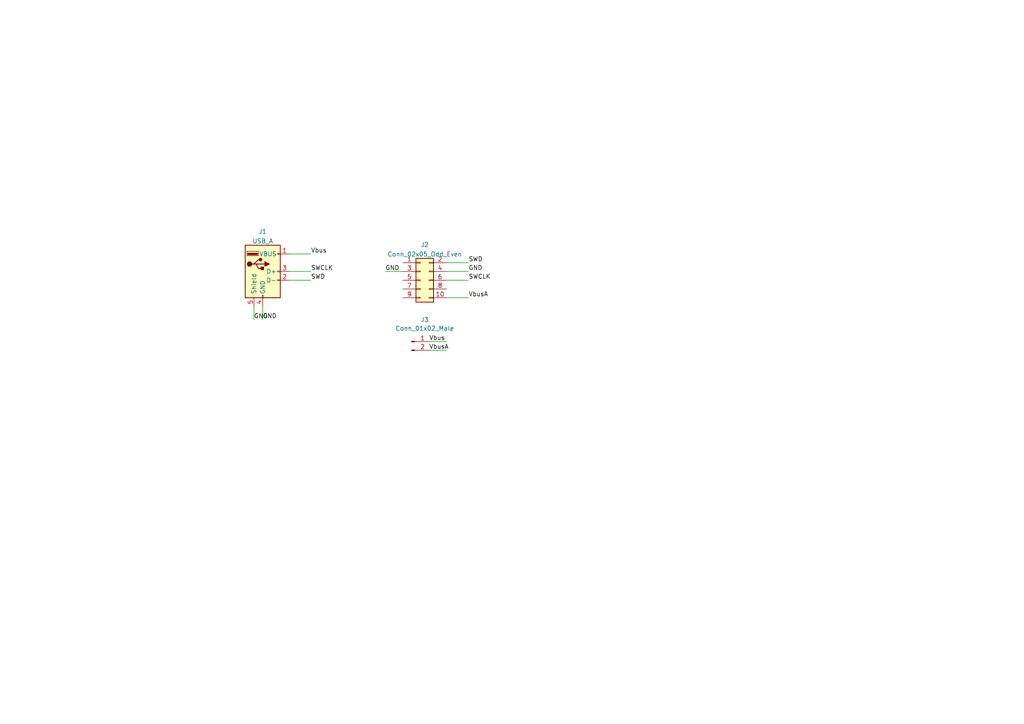
<source format=kicad_sch>
(kicad_sch (version 20211123) (generator eeschema)
  (paper "A4")
  (title_block (title "Bangle.JS2 SWD breakout") (date "2022-03-20") (rev "V0.1") (company "(c) Digitaluhr Manufaktur, Nicole Faerber") (comment 1 "License: GPL V2.0"))
  (lib_symbols
    (symbol "Connector:Conn_01x02_Male" (pin_names (offset 1.016) hide)
      (property "Reference" "J" (at 0 2.54 0))
      (property "Value" "Conn_01x02_Male" (at 0 -5.08 0))
      (symbol "Conn_01x02_Male_1_1"
        (polyline (pts (xy 1.27 -2.54) (xy 0.8636 -2.54)) (stroke (width 0.1524)))
        (polyline (pts (xy 1.27 0) (xy 0.8636 0)) (stroke (width 0.1524)))
        (rectangle (start 0.8636 -2.413) (end 0 -2.667) (stroke (width 0.1524)) (fill (type outline)))
        (rectangle (start 0.8636 0.127) (end 0 -0.127) (stroke (width 0.1524)) (fill (type outline)))
        (pin passive line (at 5.08 0 180) (length 3.81) (name "Pin_1") (number "1"))
        (pin passive line (at 5.08 -2.54 180) (length 3.81) (name "Pin_2") (number "2"))
      )
    )
    (symbol "Connector:USB_A" (pin_names (offset 1.016))
      (property "Reference" "J" (at -5.08 11.43 0))
      (property "Value" "USB_A" (at -5.08 8.89 0))
      (symbol "USB_A_0_1"
        (rectangle (start -5.08 -7.62) (end 5.08 7.62) (stroke (width 0.254)) (fill (type background)))
        (circle (center -3.81 2.159) (radius 0.635) (stroke (width 0.254)) (fill (type outline)))
        (rectangle (start -1.524 4.826) (end -4.318 5.334) (fill (type outline)))
        (rectangle (start -1.27 4.572) (end -4.572 5.842))
        (circle (center -0.635 3.429) (radius 0.381) (stroke (width 0.254)) (fill (type outline)))
        (rectangle (start -0.127 -7.62) (end 0.127 -6.858))
        (polyline (pts (xy -3.175 2.159) (xy -2.54 2.159) (xy -1.27 3.429) (xy -0.635 3.429)) (stroke (width 0.254)))
        (polyline (pts (xy -2.54 2.159) (xy -1.905 2.159) (xy -1.27 0.889) (xy 0 0.889)) (stroke (width 0.254)))
        (polyline (pts (xy 0.635 2.794) (xy 0.635 1.524) (xy 1.905 2.159) (xy 0.635 2.794)) (stroke (width 0.254)) (fill (type outline)))
        (rectangle (start 0.254 1.27) (end -0.508 0.508) (stroke (width 0.254)) (fill (type outline)))
        (rectangle (start 5.08 -2.667) (end 4.318 -2.413))
        (rectangle (start 5.08 -0.127) (end 4.318 0.127))
        (rectangle (start 5.08 4.953) (end 4.318 5.207))
      )
      (symbol "USB_A_1_1"
        (polyline (pts (xy -1.905 2.159) (xy 0.635 2.159)) (stroke (width 0.254)))
        (pin power_in line (at 7.62 5.08 180) (length 2.54) (name "VBUS") (number "1"))
        (pin bidirectional line (at 7.62 -2.54 180) (length 2.54) (name "D-") (number "2"))
        (pin bidirectional line (at 7.62 0 180) (length 2.54) (name "D+") (number "3"))
        (pin power_in line (at 0 -10.16 90) (length 2.54) (name "GND") (number "4"))
        (pin passive line (at -2.54 -10.16 90) (length 2.54) (name "Shield") (number "5"))
      )
    )
    (symbol "Connector_Generic:Conn_02x05_Odd_Even" (pin_names (offset 1.016) hide)
      (property "Reference" "J" (at 1.27 7.62 0))
      (property "Value" "Conn_02x05_Odd_Even" (at 1.27 -7.62 0))
      (symbol "Conn_02x05_Odd_Even_1_1"
        (rectangle (start -1.27 -4.953) (end 0 -5.207) (stroke (width 0.1524)))
        (rectangle (start -1.27 -2.413) (end 0 -2.667) (stroke (width 0.1524)))
        (rectangle (start -1.27 0.127) (end 0 -0.127) (stroke (width 0.1524)))
        (rectangle (start -1.27 2.667) (end 0 2.413) (stroke (width 0.1524)))
        (rectangle (start -1.27 5.207) (end 0 4.953) (stroke (width 0.1524)))
        (rectangle (start -1.27 6.35) (end 3.81 -6.35) (stroke (width 0.254)) (fill (type background)))
        (rectangle (start 3.81 -4.953) (end 2.54 -5.207) (stroke (width 0.1524)))
        (rectangle (start 3.81 -2.413) (end 2.54 -2.667) (stroke (width 0.1524)))
        (rectangle (start 3.81 0.127) (end 2.54 -0.127) (stroke (width 0.1524)))
        (rectangle (start 3.81 2.667) (end 2.54 2.413) (stroke (width 0.1524)))
        (rectangle (start 3.81 5.207) (end 2.54 4.953) (stroke (width 0.1524)))
        (pin passive line (at -5.08 5.08 0) (length 3.81) (name "Pin_1") (number "1"))
        (pin passive line (at 7.62 -5.08 180) (length 3.81) (name "Pin_10") (number "10"))
        (pin passive line (at 7.62 5.08 180) (length 3.81) (name "Pin_2") (number "2"))
        (pin passive line (at -5.08 2.54 0) (length 3.81) (name "Pin_3") (number "3"))
        (pin passive line (at 7.62 2.54 180) (length 3.81) (name "Pin_4") (number "4"))
        (pin passive line (at -5.08 0 0) (length 3.81) (name "Pin_5") (number "5"))
        (pin passive line (at 7.62 0 180) (length 3.81) (name "Pin_6") (number "6"))
        (pin passive line (at -5.08 -2.54 0) (length 3.81) (name "Pin_7") (number "7"))
        (pin passive line (at 7.62 -2.54 180) (length 3.81) (name "Pin_8") (number "8"))
        (pin passive line (at -5.08 -5.08 0) (length 3.81) (name "Pin_9") (number "9"))
      )
    )
  )
  (wire (pts (xy 129.54 86.36) (xy 135.89 86.36)))
  (wire (pts (xy 129.54 78.74) (xy 135.89 78.74)))
  (wire (pts (xy 124.46 99.06) (xy 129.54 99.06)))
  (wire (pts (xy 111.76 78.74) (xy 116.84 78.74)))
  (wire (pts (xy 90.17 78.74) (xy 83.82 78.74)))
  (wire (pts (xy 124.46 101.6) (xy 129.54 101.6)))
  (wire (pts (xy 129.54 76.2) (xy 135.89 76.2)))
  (wire (pts (xy 129.54 81.28) (xy 135.89 81.28)))
  (wire (pts (xy 83.82 73.66) (xy 90.17 73.66)))
  (wire (pts (xy 76.2 88.9) (xy 76.2 92.71)))
  (wire (pts (xy 90.17 81.28) (xy 83.82 81.28)))
  (wire (pts (xy 73.66 88.9) (xy 73.66 92.71)))
  (label "SWD" (at 90.17 81.28 0))
  (label "GND" (at 73.66 92.71 0))
  (label "GND" (at 135.89 78.74 0))
  (label "Vbus" (at 124.46 99.06 0))
  (label "VbusA" (at 135.89 86.36 0))
  (label "SWD" (at 135.89 76.2 0))
  (label "Vbus" (at 90.17 73.66 0))
  (label "GND" (at 76.2 92.71 0))
  (label "VbusA" (at 124.46 101.6 0))
  (label "GND" (at 111.76 78.74 0))
  (label "SWCLK" (at 90.17 78.74 0))
  (label "SWCLK" (at 135.89 81.28 0))
  (symbol (lib_id "Connector_Generic:Conn_02x05_Odd_Even") (at 121.92 81.28 0) (unit 1)
    (property "Reference" "J2" (at 123.19 70.9635 0))
    (property "Value" "Conn_02x05_Odd_Even" (at 123.19 73.7386 0))
    (property "Footprint" "Connector_PinHeader_2.54mm:PinHeader_2x05_P2.54mm_Vertical" (effects hide))
  )
  (symbol (lib_id "Connector:Conn_01x02_Male") (at 119.38 99.06 0) (unit 1)
    (property "Reference" "J3" (at 123.19 92.71 0))
    (property "Value" "Conn_01x02_Male" (at 123.19 95.25 0))
    (property "Footprint" "Connector_PinHeader_2.54mm:PinHeader_1x02_P2.54mm_Vertical" (effects hide))
  )
  (symbol (lib_id "Connector:USB_A") (at 76.2 78.74 0) (unit 1)
    (property "Reference" "J1" (at 76.2 67.1535 0))
    (property "Value" "USB_A" (at 76.2 69.9286 0))
    (property "Footprint" "Connector_USB:USB_A_Molex_67643_Horizontal" (effects hide))
    (property "Datasheet" " ~" (effects hide))
  )
)
</source>
